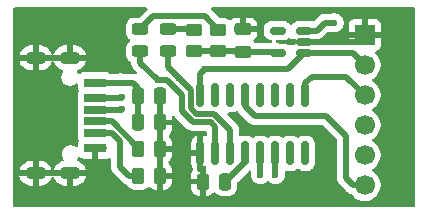
<source format=gbr>
%TF.GenerationSoftware,KiCad,Pcbnew,9.0.5*%
%TF.CreationDate,2025-12-13T22:10:15+05:30*%
%TF.ProjectId,Serial-Basic-CH340C-and-USBC,53657269-616c-42d4-9261-7369632d4348,V1.2*%
%TF.SameCoordinates,Original*%
%TF.FileFunction,Copper,L1,Top*%
%TF.FilePolarity,Positive*%
%FSLAX46Y46*%
G04 Gerber Fmt 4.6, Leading zero omitted, Abs format (unit mm)*
G04 Created by KiCad (PCBNEW 9.0.5) date 2025-12-13 22:10:15*
%MOMM*%
%LPD*%
G01*
G04 APERTURE LIST*
G04 Aperture macros list*
%AMRoundRect*
0 Rectangle with rounded corners*
0 $1 Rounding radius*
0 $2 $3 $4 $5 $6 $7 $8 $9 X,Y pos of 4 corners*
0 Add a 4 corners polygon primitive as box body*
4,1,4,$2,$3,$4,$5,$6,$7,$8,$9,$2,$3,0*
0 Add four circle primitives for the rounded corners*
1,1,$1+$1,$2,$3*
1,1,$1+$1,$4,$5*
1,1,$1+$1,$6,$7*
1,1,$1+$1,$8,$9*
0 Add four rect primitives between the rounded corners*
20,1,$1+$1,$2,$3,$4,$5,0*
20,1,$1+$1,$4,$5,$6,$7,0*
20,1,$1+$1,$6,$7,$8,$9,0*
20,1,$1+$1,$8,$9,$2,$3,0*%
G04 Aperture macros list end*
%TA.AperFunction,SMDPad,CuDef*%
%ADD10RoundRect,0.250000X0.250000X0.475000X-0.250000X0.475000X-0.250000X-0.475000X0.250000X-0.475000X0*%
%TD*%
%TA.AperFunction,SMDPad,CuDef*%
%ADD11RoundRect,0.250000X0.450000X-0.262500X0.450000X0.262500X-0.450000X0.262500X-0.450000X-0.262500X0*%
%TD*%
%TA.AperFunction,SMDPad,CuDef*%
%ADD12R,1.900000X0.800000*%
%TD*%
%TA.AperFunction,SMDPad,CuDef*%
%ADD13R,1.900000X0.760000*%
%TD*%
%TA.AperFunction,SMDPad,CuDef*%
%ADD14R,1.900000X0.700000*%
%TD*%
%TA.AperFunction,ComponentPad*%
%ADD15O,1.800000X1.100000*%
%TD*%
%TA.AperFunction,SMDPad,CuDef*%
%ADD16RoundRect,0.250000X-0.250000X-0.475000X0.250000X-0.475000X0.250000X0.475000X-0.250000X0.475000X0*%
%TD*%
%TA.AperFunction,SMDPad,CuDef*%
%ADD17RoundRect,0.250000X0.262500X0.450000X-0.262500X0.450000X-0.262500X-0.450000X0.262500X-0.450000X0*%
%TD*%
%TA.AperFunction,SMDPad,CuDef*%
%ADD18RoundRect,0.250000X0.475000X-0.250000X0.475000X0.250000X-0.475000X0.250000X-0.475000X-0.250000X0*%
%TD*%
%TA.AperFunction,SMDPad,CuDef*%
%ADD19RoundRect,0.243750X0.456250X-0.243750X0.456250X0.243750X-0.456250X0.243750X-0.456250X-0.243750X0*%
%TD*%
%TA.AperFunction,SMDPad,CuDef*%
%ADD20RoundRect,0.150000X0.512500X0.150000X-0.512500X0.150000X-0.512500X-0.150000X0.512500X-0.150000X0*%
%TD*%
%TA.AperFunction,SMDPad,CuDef*%
%ADD21RoundRect,0.150000X0.150000X-0.825000X0.150000X0.825000X-0.150000X0.825000X-0.150000X-0.825000X0*%
%TD*%
%TA.AperFunction,ComponentPad*%
%ADD22R,1.700000X1.700000*%
%TD*%
%TA.AperFunction,ComponentPad*%
%ADD23C,1.700000*%
%TD*%
%TA.AperFunction,ViaPad*%
%ADD24C,0.600000*%
%TD*%
%TA.AperFunction,Conductor*%
%ADD25C,0.500000*%
%TD*%
G04 APERTURE END LIST*
D10*
%TO.P,C2,1*%
%TO.N,Net-(U1-V3)*%
X167200000Y-118250000D03*
%TO.P,C2,2*%
%TO.N,GND*%
X165300000Y-118250000D03*
%TD*%
D11*
%TO.P,R3,1*%
%TO.N,+3V3*%
X164535000Y-107228500D03*
%TO.P,R3,2*%
%TO.N,Net-(D1-A)*%
X164535000Y-105403500D03*
%TD*%
%TO.P,R4,1*%
%TO.N,+3V3*%
X166608666Y-107228500D03*
%TO.P,R4,2*%
%TO.N,Net-(D2-A)*%
X166608666Y-105403500D03*
%TD*%
D12*
%TO.P,U3,1,VBUS*%
%TO.N,+5V*%
X156180000Y-109905000D03*
D13*
%TO.P,U3,2,D+*%
%TO.N,D-*%
X156180000Y-111135000D03*
D14*
%TO.P,U3,3,D-*%
%TO.N,D+*%
X156180000Y-112155000D03*
%TO.P,U3,4,CC1*%
%TO.N,Net-(U3-CC1)*%
X156180000Y-113155000D03*
D13*
%TO.P,U3,5,CC2*%
%TO.N,Net-(U3-CC2)*%
X156180000Y-114175000D03*
D12*
%TO.P,U3,6,GND*%
%TO.N,GND*%
X156180000Y-115405000D03*
D15*
%TO.P,U3,7,SHELL*%
X154030000Y-107760000D03*
X151130000Y-107760000D03*
X154030000Y-117550000D03*
X151130000Y-117550000D03*
%TD*%
D16*
%TO.P,C3,1*%
%TO.N,+5V*%
X159800000Y-113250000D03*
%TO.P,C3,2*%
%TO.N,GND*%
X161700000Y-113250000D03*
%TD*%
D17*
%TO.P,R2,1*%
%TO.N,GND*%
X161662500Y-117750000D03*
%TO.P,R2,2*%
%TO.N,Net-(U3-CC2)*%
X159837500Y-117750000D03*
%TD*%
D18*
%TO.P,C4,1*%
%TO.N,+3V3*%
X168691000Y-107266000D03*
%TO.P,C4,2*%
%TO.N,GND*%
X168691000Y-105366000D03*
%TD*%
D19*
%TO.P,D1,1,K*%
%TO.N,RX1*%
X162310000Y-107233500D03*
%TO.P,D1,2,A*%
%TO.N,Net-(D1-A)*%
X162310000Y-105358500D03*
%TD*%
D20*
%TO.P,U2,1,VIN*%
%TO.N,+5V*%
X173893500Y-107367000D03*
%TO.P,U2,2,GND*%
%TO.N,GND*%
X173893500Y-106417000D03*
%TO.P,U2,3,EN*%
%TO.N,+5V*%
X173893500Y-105467000D03*
%TO.P,U2,4,NC*%
%TO.N,unconnected-(U2-NC-Pad4)*%
X171618500Y-105467000D03*
%TO.P,U2,5,VOUT*%
%TO.N,+3V3*%
X171618500Y-107367000D03*
%TD*%
D21*
%TO.P,U1,1,GND*%
%TO.N,GND*%
X165082000Y-115861000D03*
%TO.P,U1,2,TXD*%
%TO.N,TX0*%
X166352000Y-115861000D03*
%TO.P,U1,3,RXD*%
%TO.N,RX1*%
X167622000Y-115861000D03*
%TO.P,U1,4,V3*%
%TO.N,Net-(U1-V3)*%
X168892000Y-115861000D03*
%TO.P,U1,5,UD+*%
%TO.N,D+*%
X170162000Y-115861000D03*
%TO.P,U1,6,UD-*%
%TO.N,D-*%
X171432000Y-115861000D03*
%TO.P,U1,7,NC*%
%TO.N,unconnected-(U1-NC-Pad7)*%
X172702000Y-115861000D03*
%TO.P,U1,8,NC*%
%TO.N,unconnected-(U1-NC-Pad8)*%
X173972000Y-115861000D03*
%TO.P,U1,9,~{CTS}*%
%TO.N,CTS*%
X173972000Y-110911000D03*
%TO.P,U1,10,~{DSR}*%
%TO.N,unconnected-(U1-~{DSR}-Pad10)*%
X172702000Y-110911000D03*
%TO.P,U1,11,~{RI}*%
%TO.N,unconnected-(U1-~{RI}-Pad11)*%
X171432000Y-110911000D03*
%TO.P,U1,12,~{DCD}*%
%TO.N,unconnected-(U1-~{DCD}-Pad12)*%
X170162000Y-110911000D03*
%TO.P,U1,13,~{DTR}*%
%TO.N,DTR*%
X168892000Y-110911000D03*
%TO.P,U1,14,~{RTS}*%
%TO.N,unconnected-(U1-~{RTS}-Pad14)*%
X167622000Y-110911000D03*
%TO.P,U1,15,R232*%
%TO.N,unconnected-(U1-R232-Pad15)*%
X166352000Y-110911000D03*
%TO.P,U1,16,VCC*%
%TO.N,+5V*%
X165082000Y-110911000D03*
%TD*%
D16*
%TO.P,C1,1*%
%TO.N,+5V*%
X159800000Y-111000000D03*
%TO.P,C1,2*%
%TO.N,GND*%
X161700000Y-111000000D03*
%TD*%
D17*
%TO.P,R1,1*%
%TO.N,GND*%
X161662500Y-115500000D03*
%TO.P,R1,2*%
%TO.N,Net-(U3-CC1)*%
X159837500Y-115500000D03*
%TD*%
D22*
%TO.P,J2,1,Pin_1*%
%TO.N,GND*%
X178992000Y-105843000D03*
D23*
%TO.P,J2,2,Pin_2*%
%TO.N,+5V*%
X178992000Y-108383000D03*
%TO.P,J2,3,Pin_3*%
%TO.N,CTS*%
X178992000Y-110923000D03*
%TO.P,J2,4,Pin_4*%
%TO.N,RX1*%
X178992000Y-113463000D03*
%TO.P,J2,5,Pin_5*%
%TO.N,TX0*%
X178992000Y-116003000D03*
%TO.P,J2,6,Pin_6*%
%TO.N,DTR*%
X178992000Y-118543000D03*
%TD*%
D19*
%TO.P,D2,1,K*%
%TO.N,TX0*%
X160000000Y-107233500D03*
%TO.P,D2,2,A*%
%TO.N,Net-(D2-A)*%
X160000000Y-105358500D03*
%TD*%
D24*
%TO.N,+5V*%
X176412000Y-104810000D03*
X158323000Y-109879000D03*
X165436000Y-108759000D03*
%TO.N,RX1*%
X163264000Y-109481000D03*
%TO.N,TX0*%
X161471000Y-109654000D03*
%TO.N,D-*%
X171437000Y-117666000D03*
X158466000Y-111115000D03*
%TO.N,D+*%
X170163000Y-117655000D03*
X158459000Y-112141000D03*
%TD*%
D25*
%TO.N,GND*%
X161662500Y-113287500D02*
X161700000Y-113250000D01*
X173899500Y-106423000D02*
X178412000Y-106423000D01*
X173893500Y-106417000D02*
X173899500Y-106423000D01*
X161662500Y-117750000D02*
X161662500Y-118337500D01*
X156655000Y-115405000D02*
X156180000Y-115405000D01*
X156930000Y-115405000D02*
X156925000Y-115405000D01*
X161700000Y-111000000D02*
X161700000Y-113250000D01*
X178412000Y-106423000D02*
X178992000Y-105843000D01*
X154030000Y-117550000D02*
X154035000Y-117550000D01*
X161662500Y-117750000D02*
X162182000Y-117750000D01*
%TO.N,+5V*%
X158297000Y-109905000D02*
X158323000Y-109879000D01*
X165082000Y-109113000D02*
X165436000Y-108759000D01*
X156180000Y-109905000D02*
X158297000Y-109905000D01*
X165082000Y-110911000D02*
X165082000Y-109113000D01*
X172510500Y-108750000D02*
X166500000Y-108750000D01*
X173893500Y-107367000D02*
X172510500Y-108750000D01*
X174555999Y-107367000D02*
X173893500Y-107367000D01*
X177976000Y-107367000D02*
X173893500Y-107367000D01*
X176412000Y-104810000D02*
X175597000Y-104810000D01*
X166491000Y-108759000D02*
X166500000Y-108750000D01*
X174940000Y-105467000D02*
X173893500Y-105467000D01*
X159348000Y-109879000D02*
X159800000Y-110331000D01*
X175597000Y-104810000D02*
X174940000Y-105467000D01*
X158323000Y-109879000D02*
X159348000Y-109879000D01*
X178992000Y-108383000D02*
X177976000Y-107367000D01*
X159800000Y-113250000D02*
X159800000Y-111000000D01*
X165436000Y-108759000D02*
X166491000Y-108759000D01*
X159800000Y-110331000D02*
X159800000Y-111000000D01*
%TO.N,Net-(U1-V3)*%
X168892000Y-116558000D02*
X168892000Y-115861000D01*
X167200000Y-118250000D02*
X168892000Y-116558000D01*
%TO.N,+3V3*%
X168691000Y-107266000D02*
X171517500Y-107266000D01*
X171517500Y-107266000D02*
X171618500Y-107367000D01*
X166608666Y-107228500D02*
X168653500Y-107228500D01*
X168653500Y-107228500D02*
X168691000Y-107266000D01*
X164535000Y-107228500D02*
X166608666Y-107228500D01*
%TO.N,RX1*%
X162310000Y-107233500D02*
X162310000Y-108527000D01*
X164250000Y-112000000D02*
X164750000Y-112500000D01*
X163264000Y-109481000D02*
X164250000Y-110467000D01*
X162310000Y-108527000D02*
X163264000Y-109481000D01*
X164250000Y-110467000D02*
X164250000Y-112000000D01*
X166250000Y-112500000D02*
X167622000Y-113872000D01*
X167622000Y-113872000D02*
X167622000Y-115861000D01*
X164750000Y-112500000D02*
X166250000Y-112500000D01*
%TO.N,Net-(D1-A)*%
X164490000Y-105358500D02*
X164535000Y-105403500D01*
X162310000Y-105358500D02*
X164490000Y-105358500D01*
%TO.N,Net-(D2-A)*%
X161108500Y-104250000D02*
X165455166Y-104250000D01*
X165455166Y-104250000D02*
X166608666Y-105403500D01*
X160000000Y-105358500D02*
X161108500Y-104250000D01*
%TO.N,TX0*%
X165951000Y-113201000D02*
X166352000Y-113602000D01*
X163549000Y-110934000D02*
X163549000Y-112290364D01*
X164459636Y-113201000D02*
X165951000Y-113201000D01*
X160000000Y-108183000D02*
X160000000Y-107233500D01*
X161471000Y-109654000D02*
X162269000Y-109654000D01*
X163549000Y-112290364D02*
X164459636Y-113201000D01*
X166352000Y-113602000D02*
X166352000Y-115861000D01*
X161471000Y-109654000D02*
X160000000Y-108183000D01*
X162269000Y-109654000D02*
X163549000Y-110934000D01*
%TO.N,DTR*%
X168892000Y-111885999D02*
X169719001Y-112713000D01*
X177382000Y-117927000D02*
X177998000Y-118543000D01*
X169719001Y-112713000D02*
X175742000Y-112713000D01*
X177382000Y-114353000D02*
X177382000Y-117927000D01*
X177998000Y-118543000D02*
X178992000Y-118543000D01*
X175742000Y-112713000D02*
X177382000Y-114353000D01*
X168892000Y-110911000D02*
X168892000Y-111885999D01*
%TO.N,CTS*%
X174520000Y-109373000D02*
X173972000Y-109921000D01*
X178992000Y-110923000D02*
X177442000Y-109373000D01*
X177442000Y-109373000D02*
X174520000Y-109373000D01*
X173972000Y-109921000D02*
X173972000Y-110911000D01*
%TO.N,D-*%
X171432000Y-115861000D02*
X171432000Y-117661000D01*
X171432000Y-117661000D02*
X171437000Y-117666000D01*
X156180000Y-111135000D02*
X158446000Y-111135000D01*
X158446000Y-111135000D02*
X158466000Y-111115000D01*
%TO.N,D+*%
X158445000Y-112155000D02*
X158459000Y-112141000D01*
X170162000Y-117654000D02*
X170163000Y-117655000D01*
X170162000Y-115861000D02*
X170162000Y-117654000D01*
X156180000Y-112155000D02*
X158445000Y-112155000D01*
%TO.N,Net-(U3-CC1)*%
X159837500Y-115391136D02*
X157601364Y-113155000D01*
X157601364Y-113155000D02*
X156180000Y-113155000D01*
X159837500Y-115500000D02*
X159837500Y-115391136D01*
%TO.N,Net-(U3-CC2)*%
X158250000Y-114795000D02*
X157630000Y-114175000D01*
X159837500Y-117750000D02*
X159000000Y-117750000D01*
X159000000Y-117750000D02*
X158250000Y-117000000D01*
X157630000Y-114175000D02*
X156180000Y-114175000D01*
X158250000Y-117000000D02*
X158250000Y-114795000D01*
%TD*%
%TA.AperFunction,Conductor*%
%TO.N,GND*%
G36*
X160551308Y-103533185D02*
G01*
X160597063Y-103585989D01*
X160607007Y-103655147D01*
X160577982Y-103718703D01*
X160571950Y-103725181D01*
X159962951Y-104334181D01*
X159901628Y-104367666D01*
X159875270Y-104370500D01*
X159494144Y-104370500D01*
X159392223Y-104380913D01*
X159227077Y-104435637D01*
X159227066Y-104435642D01*
X159079000Y-104526971D01*
X159078996Y-104526974D01*
X158955974Y-104649996D01*
X158955971Y-104650000D01*
X158864642Y-104798066D01*
X158864637Y-104798077D01*
X158809913Y-104963223D01*
X158799500Y-105065144D01*
X158799500Y-105651855D01*
X158809913Y-105753776D01*
X158864637Y-105918922D01*
X158864642Y-105918933D01*
X158955971Y-106066999D01*
X158955974Y-106067003D01*
X159078996Y-106190025D01*
X159079000Y-106190028D01*
X159079703Y-106190462D01*
X159080083Y-106190885D01*
X159084664Y-106194507D01*
X159084045Y-106195289D01*
X159126428Y-106242410D01*
X159137649Y-106311372D01*
X159109806Y-106375454D01*
X159084544Y-106397342D01*
X159084664Y-106397493D01*
X159081315Y-106400140D01*
X159079703Y-106401538D01*
X159079000Y-106401971D01*
X159078996Y-106401974D01*
X158955974Y-106524996D01*
X158955971Y-106525000D01*
X158864642Y-106673066D01*
X158864637Y-106673077D01*
X158809913Y-106838223D01*
X158799500Y-106940144D01*
X158799500Y-107526855D01*
X158809913Y-107628776D01*
X158864637Y-107793922D01*
X158864642Y-107793933D01*
X158955971Y-107941999D01*
X158955974Y-107942003D01*
X159078997Y-108065026D01*
X159190599Y-108133863D01*
X159237321Y-108185809D01*
X159249500Y-108239400D01*
X159249500Y-108256918D01*
X159249500Y-108256920D01*
X159249499Y-108256920D01*
X159278340Y-108401907D01*
X159278343Y-108401917D01*
X159334913Y-108538490D01*
X159334914Y-108538491D01*
X159334916Y-108538495D01*
X159355470Y-108569256D01*
X159376625Y-108600918D01*
X159417051Y-108661420D01*
X159716872Y-108961241D01*
X159750357Y-109022564D01*
X159745373Y-109092256D01*
X159703501Y-109148189D01*
X159638037Y-109172606D01*
X159581739Y-109163483D01*
X159566913Y-109157342D01*
X159566907Y-109157340D01*
X159421920Y-109128500D01*
X159421918Y-109128500D01*
X158627604Y-109128500D01*
X158580155Y-109119062D01*
X158556497Y-109109263D01*
X158556493Y-109109262D01*
X158556488Y-109109260D01*
X158401845Y-109078500D01*
X158401842Y-109078500D01*
X158244158Y-109078500D01*
X158244155Y-109078500D01*
X158089511Y-109109260D01*
X158089501Y-109109263D01*
X158003078Y-109145061D01*
X157955626Y-109154500D01*
X157538231Y-109154500D01*
X157471192Y-109134815D01*
X157463920Y-109129767D01*
X157372331Y-109061204D01*
X157372328Y-109061202D01*
X157237482Y-109010908D01*
X157237483Y-109010908D01*
X157177883Y-109004501D01*
X157177881Y-109004500D01*
X157177873Y-109004500D01*
X157177864Y-109004500D01*
X155182129Y-109004500D01*
X155182123Y-109004501D01*
X155122516Y-109010908D01*
X154987671Y-109061202D01*
X154987668Y-109061204D01*
X154875165Y-109145424D01*
X154809700Y-109169841D01*
X154741427Y-109154989D01*
X154694366Y-109109689D01*
X154689744Y-109101941D01*
X154672929Y-109061347D01*
X154603798Y-108957885D01*
X154602171Y-108955158D01*
X154594208Y-108924272D01*
X154584679Y-108893839D01*
X154585546Y-108890676D01*
X154584728Y-108887501D01*
X154594722Y-108857227D01*
X154603163Y-108826459D01*
X154605604Y-108824266D01*
X154606632Y-108821153D01*
X154631409Y-108801086D01*
X154655142Y-108779769D01*
X154659538Y-108778305D01*
X154660929Y-108777180D01*
X154663905Y-108776852D01*
X154684479Y-108770006D01*
X154686277Y-108769648D01*
X154877358Y-108690499D01*
X154877368Y-108690494D01*
X155049335Y-108575589D01*
X155049339Y-108575586D01*
X155195586Y-108429339D01*
X155195589Y-108429335D01*
X155310494Y-108257368D01*
X155310499Y-108257358D01*
X155389648Y-108066276D01*
X155389649Y-108066274D01*
X155400843Y-108010000D01*
X154429728Y-108010000D01*
X154521614Y-107971940D01*
X154591940Y-107901614D01*
X154630000Y-107809728D01*
X154630000Y-107710272D01*
X154591940Y-107618386D01*
X154521614Y-107548060D01*
X154429728Y-107510000D01*
X155400843Y-107510000D01*
X155389649Y-107453725D01*
X155389648Y-107453723D01*
X155310499Y-107262641D01*
X155310494Y-107262631D01*
X155195589Y-107090664D01*
X155195586Y-107090660D01*
X155049339Y-106944413D01*
X155049335Y-106944410D01*
X154877368Y-106829505D01*
X154877358Y-106829500D01*
X154686274Y-106750350D01*
X154686266Y-106750348D01*
X154483420Y-106710000D01*
X154280000Y-106710000D01*
X154280000Y-107510000D01*
X153780000Y-107510000D01*
X153780000Y-106710000D01*
X153576579Y-106710000D01*
X153373733Y-106750348D01*
X153373725Y-106750350D01*
X153182641Y-106829500D01*
X153182631Y-106829505D01*
X153010664Y-106944410D01*
X153010660Y-106944413D01*
X152864413Y-107090660D01*
X152864410Y-107090664D01*
X152749505Y-107262631D01*
X152749500Y-107262641D01*
X152694561Y-107395276D01*
X152650720Y-107449679D01*
X152584426Y-107471744D01*
X152516726Y-107454465D01*
X152469116Y-107403327D01*
X152465439Y-107395276D01*
X152410499Y-107262641D01*
X152410494Y-107262631D01*
X152295589Y-107090664D01*
X152295586Y-107090660D01*
X152149339Y-106944413D01*
X152149335Y-106944410D01*
X151977368Y-106829505D01*
X151977358Y-106829500D01*
X151786274Y-106750350D01*
X151786266Y-106750348D01*
X151583420Y-106710000D01*
X151380000Y-106710000D01*
X151380000Y-107510000D01*
X150880000Y-107510000D01*
X150880000Y-106710000D01*
X150676579Y-106710000D01*
X150473733Y-106750348D01*
X150473725Y-106750350D01*
X150282641Y-106829500D01*
X150282631Y-106829505D01*
X150110664Y-106944410D01*
X150110660Y-106944413D01*
X149964413Y-107090660D01*
X149964410Y-107090664D01*
X149849505Y-107262631D01*
X149849500Y-107262641D01*
X149770351Y-107453723D01*
X149770350Y-107453725D01*
X149759157Y-107510000D01*
X150730272Y-107510000D01*
X150638386Y-107548060D01*
X150568060Y-107618386D01*
X150530000Y-107710272D01*
X150530000Y-107809728D01*
X150568060Y-107901614D01*
X150638386Y-107971940D01*
X150730272Y-108010000D01*
X149759157Y-108010000D01*
X149770350Y-108066274D01*
X149770351Y-108066276D01*
X149849500Y-108257358D01*
X149849505Y-108257368D01*
X149964410Y-108429335D01*
X149964413Y-108429339D01*
X150110660Y-108575586D01*
X150110664Y-108575589D01*
X150282631Y-108690494D01*
X150282641Y-108690499D01*
X150473725Y-108769649D01*
X150473733Y-108769651D01*
X150676579Y-108809999D01*
X150676583Y-108810000D01*
X150880000Y-108810000D01*
X150880000Y-108010000D01*
X151380000Y-108010000D01*
X151380000Y-108810000D01*
X151583417Y-108810000D01*
X151583420Y-108809999D01*
X151786266Y-108769651D01*
X151786274Y-108769649D01*
X151977358Y-108690499D01*
X151977368Y-108690494D01*
X152149335Y-108575589D01*
X152149339Y-108575586D01*
X152295586Y-108429339D01*
X152295589Y-108429335D01*
X152410494Y-108257368D01*
X152410499Y-108257359D01*
X152465439Y-108124723D01*
X152509280Y-108070320D01*
X152575574Y-108048255D01*
X152643273Y-108065534D01*
X152690884Y-108116671D01*
X152694561Y-108124723D01*
X152749500Y-108257359D01*
X152749505Y-108257368D01*
X152864410Y-108429335D01*
X152864413Y-108429339D01*
X153010660Y-108575586D01*
X153010664Y-108575589D01*
X153182631Y-108690494D01*
X153182641Y-108690499D01*
X153373725Y-108769649D01*
X153375523Y-108770007D01*
X153376378Y-108770454D01*
X153379558Y-108771419D01*
X153379375Y-108772021D01*
X153437436Y-108802388D01*
X153472015Y-108863101D01*
X153468279Y-108932871D01*
X153454443Y-108960516D01*
X153387073Y-109061342D01*
X153387069Y-109061349D01*
X153332381Y-109193379D01*
X153332379Y-109193385D01*
X153304500Y-109333542D01*
X153304500Y-109333545D01*
X153304500Y-109476455D01*
X153304500Y-109476457D01*
X153304499Y-109476457D01*
X153332379Y-109616614D01*
X153332381Y-109616620D01*
X153387069Y-109748650D01*
X153387074Y-109748659D01*
X153466467Y-109867478D01*
X153466470Y-109867482D01*
X153567517Y-109968529D01*
X153567521Y-109968532D01*
X153686340Y-110047925D01*
X153686349Y-110047930D01*
X153716258Y-110060318D01*
X153818380Y-110102619D01*
X153818384Y-110102619D01*
X153818385Y-110102620D01*
X153958542Y-110130500D01*
X153958545Y-110130500D01*
X154101457Y-110130500D01*
X154195751Y-110111742D01*
X154241620Y-110102619D01*
X154373653Y-110047929D01*
X154492479Y-109968532D01*
X154517819Y-109943191D01*
X154579140Y-109909707D01*
X154648832Y-109914691D01*
X154704766Y-109956561D01*
X154729184Y-110022025D01*
X154729500Y-110030873D01*
X154729500Y-110352869D01*
X154729501Y-110352876D01*
X154735908Y-110412483D01*
X154763577Y-110486667D01*
X154768561Y-110556358D01*
X154763577Y-110573331D01*
X154735909Y-110647514D01*
X154735908Y-110647516D01*
X154729501Y-110707116D01*
X154729500Y-110707135D01*
X154729500Y-111562870D01*
X154729501Y-111562874D01*
X154735909Y-111622484D01*
X154737692Y-111630028D01*
X154734749Y-111630723D01*
X154738719Y-111686381D01*
X154737667Y-111689961D01*
X154737693Y-111689968D01*
X154735908Y-111697520D01*
X154729501Y-111757116D01*
X154729500Y-111757135D01*
X154729500Y-112552870D01*
X154729501Y-112552876D01*
X154735908Y-112612479D01*
X154737692Y-112620026D01*
X154736229Y-112620371D01*
X154740585Y-112681371D01*
X154736173Y-112696396D01*
X154735908Y-112697517D01*
X154729501Y-112757116D01*
X154729500Y-112757135D01*
X154729500Y-113552870D01*
X154729501Y-113552874D01*
X154735909Y-113612484D01*
X154737692Y-113620028D01*
X154734749Y-113620723D01*
X154738719Y-113676381D01*
X154737667Y-113679961D01*
X154737693Y-113679968D01*
X154735908Y-113687520D01*
X154729501Y-113747116D01*
X154729500Y-113747135D01*
X154729500Y-114602870D01*
X154729501Y-114602876D01*
X154735909Y-114662485D01*
X154763843Y-114737382D01*
X154768827Y-114807074D01*
X154763844Y-114824046D01*
X154736402Y-114897623D01*
X154736401Y-114897627D01*
X154730000Y-114957155D01*
X154730000Y-115241459D01*
X154710315Y-115308498D01*
X154657511Y-115354253D01*
X154588353Y-115364197D01*
X154537109Y-115344561D01*
X154413659Y-115262074D01*
X154413650Y-115262069D01*
X154281620Y-115207381D01*
X154281614Y-115207379D01*
X154141457Y-115179500D01*
X154141455Y-115179500D01*
X153998545Y-115179500D01*
X153998543Y-115179500D01*
X153858385Y-115207379D01*
X153858379Y-115207381D01*
X153726349Y-115262069D01*
X153726340Y-115262074D01*
X153607521Y-115341467D01*
X153607517Y-115341470D01*
X153506470Y-115442517D01*
X153506467Y-115442521D01*
X153427074Y-115561340D01*
X153427069Y-115561349D01*
X153372381Y-115693379D01*
X153372379Y-115693385D01*
X153344500Y-115833542D01*
X153344500Y-115833545D01*
X153344500Y-115976455D01*
X153344500Y-115976457D01*
X153344499Y-115976457D01*
X153372379Y-116116614D01*
X153372381Y-116116620D01*
X153427069Y-116248650D01*
X153427074Y-116248659D01*
X153489750Y-116342459D01*
X153510628Y-116409136D01*
X153492144Y-116476516D01*
X153440165Y-116523207D01*
X153410840Y-116532967D01*
X153373731Y-116540348D01*
X153373725Y-116540350D01*
X153182641Y-116619500D01*
X153182631Y-116619505D01*
X153010664Y-116734410D01*
X153010660Y-116734413D01*
X152864413Y-116880660D01*
X152864410Y-116880664D01*
X152749505Y-117052631D01*
X152749500Y-117052641D01*
X152694561Y-117185276D01*
X152650720Y-117239679D01*
X152584426Y-117261744D01*
X152516726Y-117244465D01*
X152469116Y-117193327D01*
X152465439Y-117185276D01*
X152410499Y-117052641D01*
X152410494Y-117052631D01*
X152295589Y-116880664D01*
X152295586Y-116880660D01*
X152149339Y-116734413D01*
X152149335Y-116734410D01*
X151977368Y-116619505D01*
X151977358Y-116619500D01*
X151786274Y-116540350D01*
X151786266Y-116540348D01*
X151583420Y-116500000D01*
X151380000Y-116500000D01*
X151380000Y-117300000D01*
X150880000Y-117300000D01*
X150880000Y-116500000D01*
X150676579Y-116500000D01*
X150473733Y-116540348D01*
X150473725Y-116540350D01*
X150282641Y-116619500D01*
X150282631Y-116619505D01*
X150110664Y-116734410D01*
X150110660Y-116734413D01*
X149964413Y-116880660D01*
X149964410Y-116880664D01*
X149849505Y-117052631D01*
X149849500Y-117052641D01*
X149770351Y-117243723D01*
X149770350Y-117243725D01*
X149759157Y-117300000D01*
X150730272Y-117300000D01*
X150638386Y-117338060D01*
X150568060Y-117408386D01*
X150530000Y-117500272D01*
X150530000Y-117599728D01*
X150568060Y-117691614D01*
X150638386Y-117761940D01*
X150730272Y-117800000D01*
X149759157Y-117800000D01*
X149770350Y-117856274D01*
X149770351Y-117856276D01*
X149849500Y-118047358D01*
X149849505Y-118047368D01*
X149964410Y-118219335D01*
X149964413Y-118219339D01*
X150110660Y-118365586D01*
X150110664Y-118365589D01*
X150282631Y-118480494D01*
X150282641Y-118480499D01*
X150473725Y-118559649D01*
X150473733Y-118559651D01*
X150676579Y-118599999D01*
X150676583Y-118600000D01*
X150880000Y-118600000D01*
X150880000Y-117800000D01*
X151380000Y-117800000D01*
X151380000Y-118600000D01*
X151583417Y-118600000D01*
X151583420Y-118599999D01*
X151786266Y-118559651D01*
X151786274Y-118559649D01*
X151977358Y-118480499D01*
X151977368Y-118480494D01*
X152149335Y-118365589D01*
X152149339Y-118365586D01*
X152295586Y-118219339D01*
X152295589Y-118219335D01*
X152410494Y-118047368D01*
X152410499Y-118047359D01*
X152465439Y-117914723D01*
X152509280Y-117860320D01*
X152575574Y-117838255D01*
X152643273Y-117855534D01*
X152690884Y-117906671D01*
X152694561Y-117914723D01*
X152749500Y-118047359D01*
X152749505Y-118047368D01*
X152864410Y-118219335D01*
X152864413Y-118219339D01*
X153010660Y-118365586D01*
X153010664Y-118365589D01*
X153182631Y-118480494D01*
X153182641Y-118480499D01*
X153373725Y-118559649D01*
X153373733Y-118559651D01*
X153576579Y-118599999D01*
X153576583Y-118600000D01*
X153780000Y-118600000D01*
X153780000Y-117800000D01*
X154280000Y-117800000D01*
X154280000Y-118600000D01*
X154483417Y-118600000D01*
X154483420Y-118599999D01*
X154686266Y-118559651D01*
X154686274Y-118559649D01*
X154877358Y-118480499D01*
X154877368Y-118480494D01*
X155049335Y-118365589D01*
X155049339Y-118365586D01*
X155195586Y-118219339D01*
X155195589Y-118219335D01*
X155310494Y-118047368D01*
X155310499Y-118047358D01*
X155389648Y-117856276D01*
X155389649Y-117856274D01*
X155400843Y-117800000D01*
X154429728Y-117800000D01*
X154521614Y-117761940D01*
X154591940Y-117691614D01*
X154630000Y-117599728D01*
X154630000Y-117500272D01*
X154591940Y-117408386D01*
X154521614Y-117338060D01*
X154429728Y-117300000D01*
X155400843Y-117300000D01*
X155389649Y-117243725D01*
X155389648Y-117243723D01*
X155310499Y-117052641D01*
X155310494Y-117052631D01*
X155195589Y-116880664D01*
X155195586Y-116880660D01*
X155049339Y-116734413D01*
X155049335Y-116734410D01*
X154877368Y-116619505D01*
X154877358Y-116619500D01*
X154694088Y-116543587D01*
X154678928Y-116531370D01*
X154661150Y-116523436D01*
X154652284Y-116509899D01*
X154639685Y-116499746D01*
X154633536Y-116481272D01*
X154622870Y-116464986D01*
X154622730Y-116448805D01*
X154617620Y-116433452D01*
X154622435Y-116414586D01*
X154622267Y-116395119D01*
X154633735Y-116370308D01*
X154634899Y-116365752D01*
X154636651Y-116362889D01*
X154637523Y-116361506D01*
X154712929Y-116248653D01*
X154721063Y-116229014D01*
X154726694Y-116220085D01*
X154745298Y-116203680D01*
X154760862Y-116184367D01*
X154771048Y-116180976D01*
X154779101Y-116173876D01*
X154803623Y-116170133D01*
X154827156Y-116162301D01*
X154837557Y-116164955D01*
X154848171Y-116163336D01*
X154870821Y-116173445D01*
X154894856Y-116179579D01*
X154905896Y-116186956D01*
X154987910Y-116248352D01*
X154987913Y-116248354D01*
X155122620Y-116298596D01*
X155122627Y-116298598D01*
X155182155Y-116304999D01*
X155182172Y-116305000D01*
X155930000Y-116305000D01*
X155930000Y-115529000D01*
X155949685Y-115461961D01*
X156002489Y-115416206D01*
X156054000Y-115405000D01*
X156306000Y-115405000D01*
X156373039Y-115424685D01*
X156418794Y-115477489D01*
X156430000Y-115529000D01*
X156430000Y-116305000D01*
X157177828Y-116305000D01*
X157177844Y-116304999D01*
X157237372Y-116298598D01*
X157237376Y-116298597D01*
X157332166Y-116263243D01*
X157401858Y-116258259D01*
X157463181Y-116291744D01*
X157496666Y-116353067D01*
X157499500Y-116379425D01*
X157499500Y-117073918D01*
X157499500Y-117073920D01*
X157499499Y-117073920D01*
X157528340Y-117218907D01*
X157528343Y-117218917D01*
X157584914Y-117355492D01*
X157606600Y-117387947D01*
X157606601Y-117387950D01*
X157667046Y-117478414D01*
X157667052Y-117478421D01*
X158521580Y-118332948D01*
X158521584Y-118332951D01*
X158644498Y-118415080D01*
X158644511Y-118415087D01*
X158742078Y-118455500D01*
X158781087Y-118471658D01*
X158818937Y-118479186D01*
X158880848Y-118511571D01*
X158900284Y-118535706D01*
X158982288Y-118668656D01*
X159106344Y-118792712D01*
X159255666Y-118884814D01*
X159422203Y-118939999D01*
X159524991Y-118950500D01*
X160150008Y-118950499D01*
X160150016Y-118950498D01*
X160150019Y-118950498D01*
X160206302Y-118944748D01*
X160252797Y-118939999D01*
X160419334Y-118884814D01*
X160568656Y-118792712D01*
X160662675Y-118698692D01*
X160723994Y-118665210D01*
X160793686Y-118670194D01*
X160838034Y-118698695D01*
X160931654Y-118792315D01*
X161080875Y-118884356D01*
X161080880Y-118884358D01*
X161247302Y-118939505D01*
X161247309Y-118939506D01*
X161350019Y-118949999D01*
X161912500Y-118949999D01*
X161974972Y-118949999D01*
X161974986Y-118949998D01*
X162077697Y-118939505D01*
X162244119Y-118884358D01*
X162244124Y-118884356D01*
X162393345Y-118792315D01*
X162410674Y-118774986D01*
X164300001Y-118774986D01*
X164310494Y-118877697D01*
X164365641Y-119044119D01*
X164365643Y-119044124D01*
X164457684Y-119193345D01*
X164581654Y-119317315D01*
X164730875Y-119409356D01*
X164730880Y-119409358D01*
X164897302Y-119464505D01*
X164897309Y-119464506D01*
X165000019Y-119474999D01*
X165049999Y-119474998D01*
X165050000Y-119474998D01*
X165050000Y-118500000D01*
X164300001Y-118500000D01*
X164300001Y-118774986D01*
X162410674Y-118774986D01*
X162517315Y-118668345D01*
X162609356Y-118519124D01*
X162609358Y-118519119D01*
X162645638Y-118409634D01*
X162664505Y-118352697D01*
X162664506Y-118352690D01*
X162674999Y-118249986D01*
X162675000Y-118249973D01*
X162675000Y-118000000D01*
X161912500Y-118000000D01*
X161912500Y-118949999D01*
X161350019Y-118949999D01*
X161412499Y-118949998D01*
X161412500Y-118949998D01*
X161412500Y-117500000D01*
X161912500Y-117500000D01*
X162674999Y-117500000D01*
X162674999Y-117250028D01*
X162674998Y-117250013D01*
X162664505Y-117147302D01*
X162609358Y-116980880D01*
X162609356Y-116980875D01*
X162517315Y-116831654D01*
X162437310Y-116751649D01*
X164282000Y-116751649D01*
X164284899Y-116788489D01*
X164284900Y-116788495D01*
X164330716Y-116946193D01*
X164330717Y-116946196D01*
X164414314Y-117087552D01*
X164414321Y-117087561D01*
X164457868Y-117131108D01*
X164491353Y-117192431D01*
X164486369Y-117262123D01*
X164461650Y-117300589D01*
X164462161Y-117300993D01*
X164458052Y-117306188D01*
X164457877Y-117306462D01*
X164457684Y-117306654D01*
X164365643Y-117455875D01*
X164365641Y-117455880D01*
X164310494Y-117622302D01*
X164310493Y-117622309D01*
X164300000Y-117725013D01*
X164300000Y-118000000D01*
X165050000Y-118000000D01*
X165050000Y-117466000D01*
X164956000Y-117466000D01*
X164888961Y-117446315D01*
X164843206Y-117393511D01*
X164832000Y-117342000D01*
X164832000Y-116111000D01*
X164282000Y-116111000D01*
X164282000Y-116751649D01*
X162437310Y-116751649D01*
X162398342Y-116712681D01*
X162364857Y-116651358D01*
X162369841Y-116581666D01*
X162398342Y-116537319D01*
X162517315Y-116418345D01*
X162609356Y-116269124D01*
X162609358Y-116269119D01*
X162664505Y-116102697D01*
X162664506Y-116102689D01*
X162670193Y-116047035D01*
X162670193Y-116047034D01*
X162674999Y-115999988D01*
X162675000Y-115999973D01*
X162675000Y-115750000D01*
X161912500Y-115750000D01*
X161912500Y-117500000D01*
X161412500Y-117500000D01*
X161412500Y-114605000D01*
X161912500Y-114605000D01*
X161912500Y-115250000D01*
X162674999Y-115250000D01*
X162674999Y-115000028D01*
X162674998Y-115000018D01*
X162673007Y-114980527D01*
X162673007Y-114980524D01*
X162671968Y-114970350D01*
X164282000Y-114970350D01*
X164282000Y-115611000D01*
X164832000Y-115611000D01*
X164832000Y-114388703D01*
X164829503Y-114388900D01*
X164671806Y-114434716D01*
X164671803Y-114434717D01*
X164530447Y-114518314D01*
X164530438Y-114518321D01*
X164414321Y-114634438D01*
X164414314Y-114634447D01*
X164330717Y-114775803D01*
X164330716Y-114775806D01*
X164284900Y-114933504D01*
X164284899Y-114933510D01*
X164282000Y-114970350D01*
X162671968Y-114970350D01*
X162664505Y-114897303D01*
X162609358Y-114730880D01*
X162609356Y-114730875D01*
X162517315Y-114581654D01*
X162423342Y-114487681D01*
X162389857Y-114426358D01*
X162394841Y-114356666D01*
X162423342Y-114312319D01*
X162542315Y-114193345D01*
X162634356Y-114044124D01*
X162634358Y-114044119D01*
X162689505Y-113877697D01*
X162689506Y-113877690D01*
X162699999Y-113774986D01*
X162700000Y-113774973D01*
X162700000Y-113500000D01*
X161950000Y-113500000D01*
X161950000Y-114516138D01*
X161941355Y-114545578D01*
X161934832Y-114575565D01*
X161931077Y-114580580D01*
X161930315Y-114583177D01*
X161913681Y-114603819D01*
X161912500Y-114605000D01*
X161412500Y-114605000D01*
X161412500Y-114258862D01*
X161432185Y-114191823D01*
X161448819Y-114171181D01*
X161450000Y-114170000D01*
X161450000Y-111124000D01*
X161469685Y-111056961D01*
X161522489Y-111011206D01*
X161574000Y-111000000D01*
X161826000Y-111000000D01*
X161893039Y-111019685D01*
X161938794Y-111072489D01*
X161950000Y-111124000D01*
X161950000Y-113000000D01*
X162699999Y-113000000D01*
X162699999Y-112779381D01*
X162719684Y-112712342D01*
X162772488Y-112666587D01*
X162841646Y-112656643D01*
X162905202Y-112685668D01*
X162927099Y-112710488D01*
X162966048Y-112768780D01*
X162966052Y-112768784D01*
X162966052Y-112768785D01*
X163481451Y-113284183D01*
X163981220Y-113783952D01*
X164002368Y-113798082D01*
X164054554Y-113832951D01*
X164054555Y-113832952D01*
X164104134Y-113866080D01*
X164104147Y-113866087D01*
X164240718Y-113922656D01*
X164240723Y-113922658D01*
X164240727Y-113922658D01*
X164240728Y-113922659D01*
X164385715Y-113951500D01*
X164385718Y-113951500D01*
X164385719Y-113951500D01*
X164533554Y-113951500D01*
X165477500Y-113951500D01*
X165544539Y-113971185D01*
X165590294Y-114023989D01*
X165601500Y-114075500D01*
X165601500Y-114301320D01*
X165581815Y-114368359D01*
X165529011Y-114414114D01*
X165459853Y-114424058D01*
X165442906Y-114420397D01*
X165334492Y-114388900D01*
X165332000Y-114388703D01*
X165332000Y-116895000D01*
X165426000Y-116895000D01*
X165493039Y-116914685D01*
X165538794Y-116967489D01*
X165550000Y-117019000D01*
X165550000Y-119474999D01*
X165599972Y-119474999D01*
X165599986Y-119474998D01*
X165702697Y-119464505D01*
X165869119Y-119409358D01*
X165869124Y-119409356D01*
X166018345Y-119317315D01*
X166142318Y-119193342D01*
X166144165Y-119190348D01*
X166145969Y-119188724D01*
X166146798Y-119187677D01*
X166146976Y-119187818D01*
X166196110Y-119143621D01*
X166265073Y-119132396D01*
X166329156Y-119160236D01*
X166355243Y-119190341D01*
X166357288Y-119193656D01*
X166481344Y-119317712D01*
X166630666Y-119409814D01*
X166797203Y-119464999D01*
X166899991Y-119475500D01*
X167500008Y-119475499D01*
X167500016Y-119475498D01*
X167500019Y-119475498D01*
X167556302Y-119469748D01*
X167602797Y-119464999D01*
X167769334Y-119409814D01*
X167918656Y-119317712D01*
X168042712Y-119193656D01*
X168134814Y-119044334D01*
X168189999Y-118877797D01*
X168200500Y-118775009D01*
X168200499Y-118362228D01*
X168220183Y-118295190D01*
X168236814Y-118274552D01*
X169168852Y-117342513D01*
X169181803Y-117334854D01*
X169189795Y-117325686D01*
X169221939Y-117311119D01*
X169231041Y-117308475D01*
X169300911Y-117308678D01*
X169359579Y-117346623D01*
X169388419Y-117410263D01*
X169387247Y-117451744D01*
X169362500Y-117576153D01*
X169362500Y-117733846D01*
X169393261Y-117888489D01*
X169393264Y-117888501D01*
X169453602Y-118034172D01*
X169453609Y-118034185D01*
X169541210Y-118165288D01*
X169541213Y-118165292D01*
X169652707Y-118276786D01*
X169652711Y-118276789D01*
X169783814Y-118364390D01*
X169783827Y-118364397D01*
X169929498Y-118424735D01*
X169929503Y-118424737D01*
X170084153Y-118455499D01*
X170084156Y-118455500D01*
X170084158Y-118455500D01*
X170241844Y-118455500D01*
X170241845Y-118455499D01*
X170396497Y-118424737D01*
X170542179Y-118364394D01*
X170673289Y-118276789D01*
X170675530Y-118274548D01*
X170706819Y-118243260D01*
X170768142Y-118209775D01*
X170837834Y-118214759D01*
X170882181Y-118243260D01*
X170926707Y-118287786D01*
X170926711Y-118287789D01*
X171057814Y-118375390D01*
X171057827Y-118375397D01*
X171203498Y-118435735D01*
X171203503Y-118435737D01*
X171302853Y-118455499D01*
X171358153Y-118466499D01*
X171358156Y-118466500D01*
X171358158Y-118466500D01*
X171515844Y-118466500D01*
X171515845Y-118466499D01*
X171670497Y-118435737D01*
X171816179Y-118375394D01*
X171947289Y-118287789D01*
X172058789Y-118176289D01*
X172146394Y-118045179D01*
X172206737Y-117899497D01*
X172237500Y-117744842D01*
X172237500Y-117587158D01*
X172237500Y-117587155D01*
X172219796Y-117498153D01*
X172210798Y-117452919D01*
X172217025Y-117383329D01*
X172259887Y-117328152D01*
X172325777Y-117304907D01*
X172367010Y-117309653D01*
X172449426Y-117333597D01*
X172449429Y-117333597D01*
X172449431Y-117333598D01*
X172486306Y-117336500D01*
X172486314Y-117336500D01*
X172917686Y-117336500D01*
X172917694Y-117336500D01*
X172954569Y-117333598D01*
X172954571Y-117333597D01*
X172954573Y-117333597D01*
X173001366Y-117320002D01*
X173112398Y-117287744D01*
X173253865Y-117204081D01*
X173253870Y-117204075D01*
X173260031Y-117199298D01*
X173261933Y-117201750D01*
X173310579Y-117175155D01*
X173380274Y-117180104D01*
X173412695Y-117200940D01*
X173413969Y-117199298D01*
X173420132Y-117204078D01*
X173420135Y-117204081D01*
X173561602Y-117287744D01*
X173574334Y-117291443D01*
X173719426Y-117333597D01*
X173719429Y-117333597D01*
X173719431Y-117333598D01*
X173756306Y-117336500D01*
X173756314Y-117336500D01*
X174187686Y-117336500D01*
X174187694Y-117336500D01*
X174224569Y-117333598D01*
X174224571Y-117333597D01*
X174224573Y-117333597D01*
X174271366Y-117320002D01*
X174382398Y-117287744D01*
X174523865Y-117204081D01*
X174640081Y-117087865D01*
X174723744Y-116946398D01*
X174769598Y-116788569D01*
X174772500Y-116751694D01*
X174772500Y-114970306D01*
X174769598Y-114933431D01*
X174763530Y-114912546D01*
X174723745Y-114775606D01*
X174723744Y-114775603D01*
X174723744Y-114775602D01*
X174640081Y-114634135D01*
X174640079Y-114634133D01*
X174640076Y-114634129D01*
X174523870Y-114517923D01*
X174523862Y-114517917D01*
X174421343Y-114457288D01*
X174382398Y-114434256D01*
X174382397Y-114434255D01*
X174382396Y-114434255D01*
X174382393Y-114434254D01*
X174224573Y-114388402D01*
X174224567Y-114388401D01*
X174187701Y-114385500D01*
X174187694Y-114385500D01*
X173756306Y-114385500D01*
X173756298Y-114385500D01*
X173719432Y-114388401D01*
X173719426Y-114388402D01*
X173561606Y-114434254D01*
X173561603Y-114434255D01*
X173420137Y-114517917D01*
X173413969Y-114522702D01*
X173412072Y-114520256D01*
X173363358Y-114546857D01*
X173293666Y-114541873D01*
X173261296Y-114521069D01*
X173260031Y-114522702D01*
X173253862Y-114517917D01*
X173151343Y-114457288D01*
X173112398Y-114434256D01*
X173112397Y-114434255D01*
X173112396Y-114434255D01*
X173112393Y-114434254D01*
X172954573Y-114388402D01*
X172954567Y-114388401D01*
X172917701Y-114385500D01*
X172917694Y-114385500D01*
X172486306Y-114385500D01*
X172486298Y-114385500D01*
X172449432Y-114388401D01*
X172449426Y-114388402D01*
X172291606Y-114434254D01*
X172291603Y-114434255D01*
X172150137Y-114517917D01*
X172143969Y-114522702D01*
X172142072Y-114520256D01*
X172093358Y-114546857D01*
X172023666Y-114541873D01*
X171991296Y-114521069D01*
X171990031Y-114522702D01*
X171983862Y-114517917D01*
X171881343Y-114457288D01*
X171842398Y-114434256D01*
X171842397Y-114434255D01*
X171842396Y-114434255D01*
X171842393Y-114434254D01*
X171684573Y-114388402D01*
X171684567Y-114388401D01*
X171647701Y-114385500D01*
X171647694Y-114385500D01*
X171216306Y-114385500D01*
X171216298Y-114385500D01*
X171179432Y-114388401D01*
X171179426Y-114388402D01*
X171021606Y-114434254D01*
X171021603Y-114434255D01*
X170880137Y-114517917D01*
X170873969Y-114522702D01*
X170872072Y-114520256D01*
X170823358Y-114546857D01*
X170753666Y-114541873D01*
X170721296Y-114521069D01*
X170720031Y-114522702D01*
X170713862Y-114517917D01*
X170611343Y-114457288D01*
X170572398Y-114434256D01*
X170572397Y-114434255D01*
X170572396Y-114434255D01*
X170572393Y-114434254D01*
X170414573Y-114388402D01*
X170414567Y-114388401D01*
X170377701Y-114385500D01*
X170377694Y-114385500D01*
X169946306Y-114385500D01*
X169946298Y-114385500D01*
X169909432Y-114388401D01*
X169909426Y-114388402D01*
X169751606Y-114434254D01*
X169751603Y-114434255D01*
X169610137Y-114517917D01*
X169603969Y-114522702D01*
X169602072Y-114520256D01*
X169553358Y-114546857D01*
X169483666Y-114541873D01*
X169451296Y-114521069D01*
X169450031Y-114522702D01*
X169443862Y-114517917D01*
X169341343Y-114457288D01*
X169302398Y-114434256D01*
X169302397Y-114434255D01*
X169302396Y-114434255D01*
X169302393Y-114434254D01*
X169144573Y-114388402D01*
X169144567Y-114388401D01*
X169107701Y-114385500D01*
X169107694Y-114385500D01*
X168676306Y-114385500D01*
X168676298Y-114385500D01*
X168639432Y-114388401D01*
X168639426Y-114388402D01*
X168531095Y-114419876D01*
X168461225Y-114419677D01*
X168402555Y-114381735D01*
X168373712Y-114318096D01*
X168372500Y-114300800D01*
X168372500Y-113798079D01*
X168343659Y-113653092D01*
X168343658Y-113653091D01*
X168343658Y-113653087D01*
X168342379Y-113650000D01*
X168287085Y-113516507D01*
X168287084Y-113516505D01*
X168232396Y-113434658D01*
X168232394Y-113434655D01*
X168204957Y-113393590D01*
X168204952Y-113393584D01*
X167409549Y-112598181D01*
X167376064Y-112536858D01*
X167381048Y-112467166D01*
X167422920Y-112411233D01*
X167488384Y-112386816D01*
X167497230Y-112386500D01*
X167837686Y-112386500D01*
X167837694Y-112386500D01*
X167874569Y-112383598D01*
X167874571Y-112383597D01*
X167874573Y-112383597D01*
X168032392Y-112337746D01*
X168032392Y-112337745D01*
X168032398Y-112337744D01*
X168116901Y-112287768D01*
X168184621Y-112270587D01*
X168250884Y-112292747D01*
X168283119Y-112325609D01*
X168291229Y-112337746D01*
X168309049Y-112364416D01*
X169240587Y-113295954D01*
X169270059Y-113315645D01*
X169314271Y-113345186D01*
X169363506Y-113378084D01*
X169363507Y-113378084D01*
X169363508Y-113378085D01*
X169363510Y-113378086D01*
X169500081Y-113434655D01*
X169500088Y-113434658D01*
X169500092Y-113434658D01*
X169500093Y-113434659D01*
X169645080Y-113463500D01*
X169645083Y-113463500D01*
X169645084Y-113463500D01*
X169792918Y-113463500D01*
X175379770Y-113463500D01*
X175446809Y-113483185D01*
X175467451Y-113499819D01*
X176595181Y-114627548D01*
X176628666Y-114688871D01*
X176631500Y-114715229D01*
X176631500Y-118000918D01*
X176631500Y-118000920D01*
X176631499Y-118000920D01*
X176660340Y-118145907D01*
X176660343Y-118145917D01*
X176716914Y-118282492D01*
X176716915Y-118282494D01*
X176716916Y-118282495D01*
X176725398Y-118295190D01*
X176746040Y-118326082D01*
X176746041Y-118326085D01*
X176799046Y-118405414D01*
X176799052Y-118405421D01*
X177415049Y-119021416D01*
X177519584Y-119125951D01*
X177519587Y-119125953D01*
X177519588Y-119125954D01*
X177642503Y-119208083D01*
X177642506Y-119208085D01*
X177695584Y-119230070D01*
X177699080Y-119231518D01*
X177779088Y-119264659D01*
X177819124Y-119272622D01*
X177827070Y-119275359D01*
X177848980Y-119290912D01*
X177872788Y-119303365D01*
X177882894Y-119314985D01*
X177884044Y-119315802D01*
X177884422Y-119316742D01*
X177887007Y-119319715D01*
X177961892Y-119422788D01*
X178112213Y-119573109D01*
X178284179Y-119698048D01*
X178284181Y-119698049D01*
X178284184Y-119698051D01*
X178473588Y-119794557D01*
X178675757Y-119860246D01*
X178885713Y-119893500D01*
X178885714Y-119893500D01*
X179098286Y-119893500D01*
X179098287Y-119893500D01*
X179308243Y-119860246D01*
X179510412Y-119794557D01*
X179699816Y-119698051D01*
X179721789Y-119682086D01*
X179871786Y-119573109D01*
X179871788Y-119573106D01*
X179871792Y-119573104D01*
X180022104Y-119422792D01*
X180022106Y-119422788D01*
X180022109Y-119422786D01*
X180147048Y-119250820D01*
X180147047Y-119250820D01*
X180147051Y-119250816D01*
X180243557Y-119061412D01*
X180309246Y-118859243D01*
X180342500Y-118649287D01*
X180342500Y-118436713D01*
X180309246Y-118226757D01*
X180243557Y-118024588D01*
X180147051Y-117835184D01*
X180147049Y-117835181D01*
X180147048Y-117835179D01*
X180022109Y-117663213D01*
X179871786Y-117512890D01*
X179699820Y-117387951D01*
X179699115Y-117387591D01*
X179691054Y-117383485D01*
X179640259Y-117335512D01*
X179623463Y-117267692D01*
X179645999Y-117201556D01*
X179691054Y-117162515D01*
X179699816Y-117158051D01*
X179796413Y-117087870D01*
X179871786Y-117033109D01*
X179871788Y-117033106D01*
X179871792Y-117033104D01*
X180022104Y-116882792D01*
X180022106Y-116882788D01*
X180022109Y-116882786D01*
X180147048Y-116710820D01*
X180147047Y-116710820D01*
X180147051Y-116710816D01*
X180243557Y-116521412D01*
X180309246Y-116319243D01*
X180342500Y-116109287D01*
X180342500Y-115896713D01*
X180309246Y-115686757D01*
X180243557Y-115484588D01*
X180147051Y-115295184D01*
X180147049Y-115295181D01*
X180147048Y-115295179D01*
X180022109Y-115123213D01*
X179871786Y-114972890D01*
X179699820Y-114847951D01*
X179699115Y-114847591D01*
X179691054Y-114843485D01*
X179640259Y-114795512D01*
X179623463Y-114727692D01*
X179645999Y-114661556D01*
X179691054Y-114622515D01*
X179699816Y-114618051D01*
X179751391Y-114580580D01*
X179871786Y-114493109D01*
X179871788Y-114493106D01*
X179871792Y-114493104D01*
X180022104Y-114342792D01*
X180022106Y-114342788D01*
X180022109Y-114342786D01*
X180147048Y-114170820D01*
X180147047Y-114170820D01*
X180147051Y-114170816D01*
X180243557Y-113981412D01*
X180309246Y-113779243D01*
X180342500Y-113569287D01*
X180342500Y-113356713D01*
X180309246Y-113146757D01*
X180243557Y-112944588D01*
X180147051Y-112755184D01*
X180147049Y-112755181D01*
X180147048Y-112755179D01*
X180022109Y-112583213D01*
X179871786Y-112432890D01*
X179699820Y-112307951D01*
X179696666Y-112306344D01*
X179691054Y-112303485D01*
X179640259Y-112255512D01*
X179623463Y-112187692D01*
X179645999Y-112121556D01*
X179691054Y-112082515D01*
X179699816Y-112078051D01*
X179721789Y-112062086D01*
X179871786Y-111953109D01*
X179871788Y-111953106D01*
X179871792Y-111953104D01*
X180022104Y-111802792D01*
X180022106Y-111802788D01*
X180022109Y-111802786D01*
X180147048Y-111630820D01*
X180147047Y-111630820D01*
X180147051Y-111630816D01*
X180243557Y-111441412D01*
X180309246Y-111239243D01*
X180342500Y-111029287D01*
X180342500Y-110816713D01*
X180309246Y-110606757D01*
X180243557Y-110404588D01*
X180147051Y-110215184D01*
X180147049Y-110215181D01*
X180147048Y-110215179D01*
X180022109Y-110043213D01*
X179871786Y-109892890D01*
X179699820Y-109767951D01*
X179699115Y-109767591D01*
X179691054Y-109763485D01*
X179640259Y-109715512D01*
X179623463Y-109647692D01*
X179645999Y-109581556D01*
X179691054Y-109542515D01*
X179699816Y-109538051D01*
X179751501Y-109500500D01*
X179871786Y-109413109D01*
X179871788Y-109413106D01*
X179871792Y-109413104D01*
X180022104Y-109262792D01*
X180022106Y-109262788D01*
X180022109Y-109262786D01*
X180147048Y-109090820D01*
X180147047Y-109090820D01*
X180147051Y-109090816D01*
X180243557Y-108901412D01*
X180309246Y-108699243D01*
X180342500Y-108489287D01*
X180342500Y-108276713D01*
X180309246Y-108066757D01*
X180243557Y-107864588D01*
X180147051Y-107675184D01*
X180147049Y-107675181D01*
X180147048Y-107675179D01*
X180022109Y-107503213D01*
X179908181Y-107389285D01*
X179874696Y-107327962D01*
X179879680Y-107258270D01*
X179921552Y-107202337D01*
X179952529Y-107185422D01*
X180084086Y-107136354D01*
X180084093Y-107136350D01*
X180199187Y-107050190D01*
X180199190Y-107050187D01*
X180285350Y-106935093D01*
X180285354Y-106935086D01*
X180335596Y-106800379D01*
X180335598Y-106800372D01*
X180341999Y-106740844D01*
X180342000Y-106740827D01*
X180342000Y-106093000D01*
X179425012Y-106093000D01*
X179457925Y-106035993D01*
X179492000Y-105908826D01*
X179492000Y-105777174D01*
X179457925Y-105650007D01*
X179425012Y-105593000D01*
X180342000Y-105593000D01*
X180342000Y-104945172D01*
X180341999Y-104945155D01*
X180335598Y-104885627D01*
X180335596Y-104885620D01*
X180285354Y-104750913D01*
X180285350Y-104750906D01*
X180199190Y-104635812D01*
X180199187Y-104635809D01*
X180084093Y-104549649D01*
X180084086Y-104549645D01*
X179949379Y-104499403D01*
X179949372Y-104499401D01*
X179889844Y-104493000D01*
X179242000Y-104493000D01*
X179242000Y-105409988D01*
X179184993Y-105377075D01*
X179057826Y-105343000D01*
X178926174Y-105343000D01*
X178799007Y-105377075D01*
X178742000Y-105409988D01*
X178742000Y-104493000D01*
X178094155Y-104493000D01*
X178034627Y-104499401D01*
X178034620Y-104499403D01*
X177899913Y-104549645D01*
X177899906Y-104549649D01*
X177784812Y-104635809D01*
X177784809Y-104635812D01*
X177698649Y-104750906D01*
X177698645Y-104750913D01*
X177648403Y-104885620D01*
X177648401Y-104885627D01*
X177642000Y-104945155D01*
X177642000Y-105593000D01*
X178558988Y-105593000D01*
X178526075Y-105650007D01*
X178492000Y-105777174D01*
X178492000Y-105908826D01*
X178526075Y-106035993D01*
X178558988Y-106093000D01*
X177642000Y-106093000D01*
X177642000Y-106492500D01*
X177622315Y-106559539D01*
X177569511Y-106605294D01*
X177518000Y-106616500D01*
X174688328Y-106616500D01*
X174679642Y-106613949D01*
X174670681Y-106615238D01*
X174653733Y-106611576D01*
X174508573Y-106569402D01*
X174508567Y-106569401D01*
X174471701Y-106566500D01*
X174471694Y-106566500D01*
X173315306Y-106566500D01*
X173315298Y-106566500D01*
X173278432Y-106569401D01*
X173278426Y-106569402D01*
X173120606Y-106615254D01*
X173120603Y-106615255D01*
X173062306Y-106649732D01*
X172999185Y-106667000D01*
X172733704Y-106667000D01*
X172709440Y-106693248D01*
X172649479Y-106729114D01*
X172579645Y-106726869D01*
X172539987Y-106702468D01*
X172539031Y-106703702D01*
X172532862Y-106698917D01*
X172391396Y-106615255D01*
X172391393Y-106615254D01*
X172233573Y-106569402D01*
X172233567Y-106569401D01*
X172196701Y-106566500D01*
X172196694Y-106566500D01*
X171814572Y-106566500D01*
X171786210Y-106563213D01*
X171776416Y-106560911D01*
X171736413Y-106544342D01*
X171591418Y-106515500D01*
X171583138Y-106515500D01*
X171569148Y-106512213D01*
X171545637Y-106498864D01*
X171520570Y-106488743D01*
X171515707Y-106481871D01*
X171508388Y-106477716D01*
X171495828Y-106453781D01*
X171480210Y-106431710D01*
X171479834Y-106423299D01*
X171475924Y-106415847D01*
X171478298Y-106388921D01*
X171477092Y-106361910D01*
X171481322Y-106354632D01*
X171482062Y-106346247D01*
X171498619Y-106324876D01*
X171512206Y-106301504D01*
X171519699Y-106297668D01*
X171524855Y-106291015D01*
X171550337Y-106281988D01*
X171574403Y-106269672D01*
X171588975Y-106268302D01*
X171590715Y-106267686D01*
X171593199Y-106267905D01*
X171597510Y-106267500D01*
X172196686Y-106267500D01*
X172196694Y-106267500D01*
X172233569Y-106264598D01*
X172233571Y-106264597D01*
X172233573Y-106264597D01*
X172307568Y-106243099D01*
X172391398Y-106218744D01*
X172532865Y-106135081D01*
X172532870Y-106135075D01*
X172539031Y-106130298D01*
X172540339Y-106131984D01*
X172592009Y-106103761D01*
X172661701Y-106108735D01*
X172709441Y-106140752D01*
X172733704Y-106167000D01*
X172999185Y-106167000D01*
X173062306Y-106184268D01*
X173120602Y-106218744D01*
X173133269Y-106222424D01*
X173278426Y-106264597D01*
X173278429Y-106264597D01*
X173278431Y-106264598D01*
X173315306Y-106267500D01*
X173315314Y-106267500D01*
X174471686Y-106267500D01*
X174471694Y-106267500D01*
X174508569Y-106264598D01*
X174508571Y-106264597D01*
X174508573Y-106264597D01*
X174653733Y-106222424D01*
X174688328Y-106217500D01*
X175013920Y-106217500D01*
X175111462Y-106198096D01*
X175158913Y-106188658D01*
X175295495Y-106132084D01*
X175344729Y-106099186D01*
X175353988Y-106093000D01*
X175369071Y-106082921D01*
X175418416Y-106049952D01*
X175871548Y-105596818D01*
X175898475Y-105582115D01*
X175924294Y-105565523D01*
X175930494Y-105564631D01*
X175932871Y-105563334D01*
X175959229Y-105560500D01*
X176107396Y-105560500D01*
X176154844Y-105569937D01*
X176178503Y-105579737D01*
X176178508Y-105579738D01*
X176178511Y-105579739D01*
X176333153Y-105610499D01*
X176333156Y-105610500D01*
X176333158Y-105610500D01*
X176490844Y-105610500D01*
X176490845Y-105610499D01*
X176645497Y-105579737D01*
X176791179Y-105519394D01*
X176922289Y-105431789D01*
X177033789Y-105320289D01*
X177121394Y-105189179D01*
X177181737Y-105043497D01*
X177212500Y-104888842D01*
X177212500Y-104731158D01*
X177212500Y-104731155D01*
X177212499Y-104731153D01*
X177200216Y-104669401D01*
X177181737Y-104576503D01*
X177170612Y-104549645D01*
X177121397Y-104430827D01*
X177121390Y-104430814D01*
X177033789Y-104299711D01*
X177033786Y-104299707D01*
X176922292Y-104188213D01*
X176922288Y-104188210D01*
X176791185Y-104100609D01*
X176791172Y-104100602D01*
X176645501Y-104040264D01*
X176645489Y-104040261D01*
X176490845Y-104009500D01*
X176490842Y-104009500D01*
X176333158Y-104009500D01*
X176333155Y-104009500D01*
X176178511Y-104040260D01*
X176178506Y-104040262D01*
X176178504Y-104040262D01*
X176178503Y-104040263D01*
X176154844Y-104050062D01*
X176107396Y-104059500D01*
X175523080Y-104059500D01*
X175378092Y-104088340D01*
X175378082Y-104088343D01*
X175241511Y-104144912D01*
X175241498Y-104144919D01*
X175118584Y-104227048D01*
X175118580Y-104227051D01*
X174690339Y-104655291D01*
X174629016Y-104688776D01*
X174568064Y-104686687D01*
X174518695Y-104672344D01*
X174508569Y-104669402D01*
X174508567Y-104669401D01*
X174508563Y-104669401D01*
X174471701Y-104666500D01*
X174471694Y-104666500D01*
X173315306Y-104666500D01*
X173315298Y-104666500D01*
X173278432Y-104669401D01*
X173278426Y-104669402D01*
X173120606Y-104715254D01*
X173120603Y-104715255D01*
X172979137Y-104798917D01*
X172979129Y-104798923D01*
X172862923Y-104915129D01*
X172862914Y-104915140D01*
X172862729Y-104915455D01*
X172862519Y-104915650D01*
X172858139Y-104921298D01*
X172857227Y-104920591D01*
X172811657Y-104963136D01*
X172742915Y-104975637D01*
X172678327Y-104948988D01*
X172654143Y-104921078D01*
X172653861Y-104921298D01*
X172649823Y-104916092D01*
X172649271Y-104915455D01*
X172649085Y-104915140D01*
X172649076Y-104915129D01*
X172532870Y-104798923D01*
X172532862Y-104798917D01*
X172391396Y-104715255D01*
X172391393Y-104715254D01*
X172233573Y-104669402D01*
X172233567Y-104669401D01*
X172196701Y-104666500D01*
X172196694Y-104666500D01*
X171040306Y-104666500D01*
X171040298Y-104666500D01*
X171003432Y-104669401D01*
X171003426Y-104669402D01*
X170845606Y-104715254D01*
X170845603Y-104715255D01*
X170704137Y-104798917D01*
X170704129Y-104798923D01*
X170587923Y-104915129D01*
X170587917Y-104915137D01*
X170504255Y-105056603D01*
X170504254Y-105056606D01*
X170458402Y-105214426D01*
X170458401Y-105214432D01*
X170455500Y-105251298D01*
X170455500Y-105682701D01*
X170458401Y-105719567D01*
X170458402Y-105719573D01*
X170504254Y-105877393D01*
X170504255Y-105877396D01*
X170587917Y-106018862D01*
X170587923Y-106018870D01*
X170704129Y-106135076D01*
X170704133Y-106135079D01*
X170704135Y-106135081D01*
X170845602Y-106218744D01*
X170858269Y-106222424D01*
X171003426Y-106264597D01*
X171003429Y-106264597D01*
X171003431Y-106264598D01*
X171040306Y-106267500D01*
X171040323Y-106267500D01*
X171042734Y-106267595D01*
X171108950Y-106289894D01*
X171152599Y-106344452D01*
X171159822Y-106413947D01*
X171128327Y-106476316D01*
X171068112Y-106511756D01*
X171037871Y-106515500D01*
X169778230Y-106515500D01*
X169711191Y-106495815D01*
X169690549Y-106479181D01*
X169634657Y-106423289D01*
X169634656Y-106423288D01*
X169631342Y-106421243D01*
X169629546Y-106419248D01*
X169628989Y-106418807D01*
X169629064Y-106418711D01*
X169584618Y-106369297D01*
X169573397Y-106300334D01*
X169601240Y-106236252D01*
X169631348Y-106210165D01*
X169634342Y-106208318D01*
X169758315Y-106084345D01*
X169850356Y-105935124D01*
X169850358Y-105935119D01*
X169905505Y-105768697D01*
X169905506Y-105768690D01*
X169915999Y-105665986D01*
X169916000Y-105665973D01*
X169916000Y-105616000D01*
X168815000Y-105616000D01*
X168747961Y-105596315D01*
X168702206Y-105543511D01*
X168691000Y-105492000D01*
X168691000Y-105366000D01*
X168565000Y-105366000D01*
X168497961Y-105346315D01*
X168452206Y-105293511D01*
X168441000Y-105242000D01*
X168441000Y-105116000D01*
X168941000Y-105116000D01*
X169915999Y-105116000D01*
X169915999Y-105066028D01*
X169915998Y-105066013D01*
X169905505Y-104963302D01*
X169850358Y-104796880D01*
X169850356Y-104796875D01*
X169758315Y-104647654D01*
X169634345Y-104523684D01*
X169485124Y-104431643D01*
X169485119Y-104431641D01*
X169318697Y-104376494D01*
X169318690Y-104376493D01*
X169215986Y-104366000D01*
X168941000Y-104366000D01*
X168941000Y-105116000D01*
X168441000Y-105116000D01*
X168441000Y-104366000D01*
X168166029Y-104366000D01*
X168166012Y-104366001D01*
X168063302Y-104376494D01*
X167896880Y-104431641D01*
X167896875Y-104431643D01*
X167747654Y-104523684D01*
X167712866Y-104558472D01*
X167651543Y-104591957D01*
X167581851Y-104586971D01*
X167537505Y-104558471D01*
X167527323Y-104548289D01*
X167527322Y-104548288D01*
X167378000Y-104456186D01*
X167211463Y-104401001D01*
X167211461Y-104401000D01*
X167108682Y-104390500D01*
X167108675Y-104390500D01*
X166708395Y-104390500D01*
X166641356Y-104370815D01*
X166620714Y-104354181D01*
X165991716Y-103725181D01*
X165958231Y-103663858D01*
X165963215Y-103594166D01*
X166005087Y-103538233D01*
X166070551Y-103513816D01*
X166079397Y-103513500D01*
X183136500Y-103513500D01*
X183203539Y-103533185D01*
X183249294Y-103585989D01*
X183260500Y-103637500D01*
X183260500Y-120273500D01*
X183240815Y-120340539D01*
X183188011Y-120386294D01*
X183136500Y-120397500D01*
X149354500Y-120397500D01*
X149287461Y-120377815D01*
X149241706Y-120325011D01*
X149230500Y-120273500D01*
X149230500Y-103637500D01*
X149250185Y-103570461D01*
X149302989Y-103524706D01*
X149354500Y-103513500D01*
X160484269Y-103513500D01*
X160551308Y-103533185D01*
G37*
%TD.AperFunction*%
%TA.AperFunction,Conductor*%
G36*
X152646191Y-117300000D02*
G01*
X153630272Y-117300000D01*
X153538386Y-117338060D01*
X153468060Y-117408386D01*
X153430000Y-117500272D01*
X153430000Y-117599728D01*
X153468060Y-117691614D01*
X153538386Y-117761940D01*
X153630272Y-117800000D01*
X152645985Y-117800000D01*
X152618104Y-117818990D01*
X152548259Y-117820859D01*
X152513810Y-117800000D01*
X151529728Y-117800000D01*
X151621614Y-117761940D01*
X151691940Y-117691614D01*
X151730000Y-117599728D01*
X151730000Y-117500272D01*
X151691940Y-117408386D01*
X151621614Y-117338060D01*
X151529728Y-117300000D01*
X152514013Y-117300000D01*
X152541894Y-117281009D01*
X152611738Y-117279140D01*
X152646191Y-117300000D01*
G37*
%TD.AperFunction*%
%TA.AperFunction,Conductor*%
G36*
X152646191Y-107510000D02*
G01*
X153630272Y-107510000D01*
X153538386Y-107548060D01*
X153468060Y-107618386D01*
X153430000Y-107710272D01*
X153430000Y-107809728D01*
X153468060Y-107901614D01*
X153538386Y-107971940D01*
X153630272Y-108010000D01*
X152645985Y-108010000D01*
X152618104Y-108028990D01*
X152548259Y-108030859D01*
X152513810Y-108010000D01*
X151529728Y-108010000D01*
X151621614Y-107971940D01*
X151691940Y-107901614D01*
X151730000Y-107809728D01*
X151730000Y-107710272D01*
X151691940Y-107618386D01*
X151621614Y-107548060D01*
X151529728Y-107510000D01*
X152514013Y-107510000D01*
X152541894Y-107491009D01*
X152611738Y-107489140D01*
X152646191Y-107510000D01*
G37*
%TD.AperFunction*%
%TD*%
M02*

</source>
